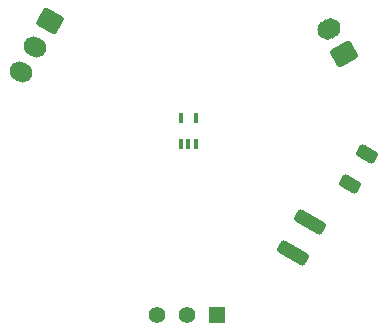
<source format=gbr>
%TF.GenerationSoftware,KiCad,Pcbnew,(6.0.8-1)-1*%
%TF.CreationDate,2022-11-30T21:43:59-05:00*%
%TF.ProjectId,Untitled,556e7469-746c-4656-942e-6b696361645f,rev?*%
%TF.SameCoordinates,Original*%
%TF.FileFunction,Soldermask,Bot*%
%TF.FilePolarity,Negative*%
%FSLAX46Y46*%
G04 Gerber Fmt 4.6, Leading zero omitted, Abs format (unit mm)*
G04 Created by KiCad (PCBNEW (6.0.8-1)-1) date 2022-11-30 21:43:59*
%MOMM*%
%LPD*%
G01*
G04 APERTURE LIST*
G04 Aperture macros list*
%AMRoundRect*
0 Rectangle with rounded corners*
0 $1 Rounding radius*
0 $2 $3 $4 $5 $6 $7 $8 $9 X,Y pos of 4 corners*
0 Add a 4 corners polygon primitive as box body*
4,1,4,$2,$3,$4,$5,$6,$7,$8,$9,$2,$3,0*
0 Add four circle primitives for the rounded corners*
1,1,$1+$1,$2,$3*
1,1,$1+$1,$4,$5*
1,1,$1+$1,$6,$7*
1,1,$1+$1,$8,$9*
0 Add four rect primitives between the rounded corners*
20,1,$1+$1,$2,$3,$4,$5,0*
20,1,$1+$1,$4,$5,$6,$7,0*
20,1,$1+$1,$6,$7,$8,$9,0*
20,1,$1+$1,$8,$9,$2,$3,0*%
%AMHorizOval*
0 Thick line with rounded ends*
0 $1 width*
0 $2 $3 position (X,Y) of the first rounded end (center of the circle)*
0 $4 $5 position (X,Y) of the second rounded end (center of the circle)*
0 Add line between two ends*
20,1,$1,$2,$3,$4,$5,0*
0 Add two circle primitives to create the rounded ends*
1,1,$1,$2,$3*
1,1,$1,$4,$5*%
G04 Aperture macros list end*
%ADD10RoundRect,0.087500X0.087500X0.337500X-0.087500X0.337500X-0.087500X-0.337500X0.087500X-0.337500X0*%
%ADD11RoundRect,0.250000X-0.327868X0.882115X-0.927868X-0.157115X0.327868X-0.882115X0.927868X0.157115X0*%
%ADD12HorizOval,1.700000X-0.108253X0.062500X0.108253X-0.062500X0*%
%ADD13R,1.397000X1.397000*%
%ADD14C,1.397000*%
%ADD15RoundRect,0.250000X-0.385016X0.583133X-0.697516X0.041867X0.385016X-0.583133X0.697516X-0.041867X0*%
%ADD16RoundRect,0.250000X-0.790128X0.831458X-1.115128X0.268542X0.790128X-0.831458X1.115128X-0.268542X0*%
%ADD17RoundRect,0.250000X0.949519X-0.144615X0.349519X0.894615X-0.949519X0.144615X-0.349519X-0.894615X0*%
%ADD18HorizOval,1.700000X0.129904X0.075000X-0.129904X-0.075000X0*%
G04 APERTURE END LIST*
D10*
%TO.C,REF\u002A\u002A*%
X104450000Y-59100000D03*
X103800000Y-59100000D03*
X103150000Y-59100000D03*
X103150000Y-56900000D03*
X104450000Y-56900000D03*
%TD*%
D11*
%TO.C,REF\u002A\u002A*%
X92095337Y-48672437D03*
D12*
X90845337Y-50837501D03*
X89595337Y-53002564D03*
%TD*%
D13*
%TO.C,REF\u002A\u002A*%
X106187500Y-73550100D03*
D14*
X103647500Y-73550100D03*
X101107500Y-73550100D03*
%TD*%
D15*
%TO.C,REF\u002A\u002A*%
X118931250Y-59933438D03*
X117468750Y-62466562D03*
%TD*%
D16*
%TO.C,REF\u002A\u002A*%
X114137500Y-65722613D03*
X112662500Y-68277387D03*
%TD*%
D17*
%TO.C,REF\u002A\u002A*%
X117000000Y-51500000D03*
D18*
X115750000Y-49334936D03*
%TD*%
M02*

</source>
